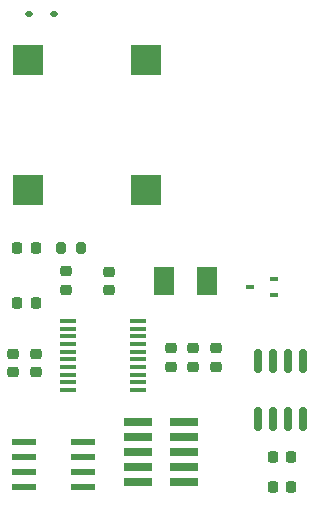
<source format=gbr>
G04 #@! TF.GenerationSoftware,KiCad,Pcbnew,7.0.5*
G04 #@! TF.CreationDate,2023-07-03T11:33:58+02:00*
G04 #@! TF.ProjectId,STM32CAN,53544d33-3243-4414-9e2e-6b696361645f,rev?*
G04 #@! TF.SameCoordinates,Original*
G04 #@! TF.FileFunction,Paste,Top*
G04 #@! TF.FilePolarity,Positive*
%FSLAX46Y46*%
G04 Gerber Fmt 4.6, Leading zero omitted, Abs format (unit mm)*
G04 Created by KiCad (PCBNEW 7.0.5) date 2023-07-03 11:33:58*
%MOMM*%
%LPD*%
G01*
G04 APERTURE LIST*
G04 Aperture macros list*
%AMRoundRect*
0 Rectangle with rounded corners*
0 $1 Rounding radius*
0 $2 $3 $4 $5 $6 $7 $8 $9 X,Y pos of 4 corners*
0 Add a 4 corners polygon primitive as box body*
4,1,4,$2,$3,$4,$5,$6,$7,$8,$9,$2,$3,0*
0 Add four circle primitives for the rounded corners*
1,1,$1+$1,$2,$3*
1,1,$1+$1,$4,$5*
1,1,$1+$1,$6,$7*
1,1,$1+$1,$8,$9*
0 Add four rect primitives between the rounded corners*
20,1,$1+$1,$2,$3,$4,$5,0*
20,1,$1+$1,$4,$5,$6,$7,0*
20,1,$1+$1,$6,$7,$8,$9,0*
20,1,$1+$1,$8,$9,$2,$3,0*%
G04 Aperture macros list end*
%ADD10RoundRect,0.218750X0.256250X-0.218750X0.256250X0.218750X-0.256250X0.218750X-0.256250X-0.218750X0*%
%ADD11RoundRect,0.218750X-0.256250X0.218750X-0.256250X-0.218750X0.256250X-0.218750X0.256250X0.218750X0*%
%ADD12RoundRect,0.218750X0.218750X0.256250X-0.218750X0.256250X-0.218750X-0.256250X0.218750X-0.256250X0*%
%ADD13R,0.700000X0.450000*%
%ADD14RoundRect,0.218750X-0.218750X-0.256250X0.218750X-0.256250X0.218750X0.256250X-0.218750X0.256250X0*%
%ADD15R,1.450000X0.450000*%
%ADD16RoundRect,0.150000X0.150000X-0.825000X0.150000X0.825000X-0.150000X0.825000X-0.150000X-0.825000X0*%
%ADD17R,1.700000X2.400000*%
%ADD18RoundRect,0.112500X-0.187500X-0.112500X0.187500X-0.112500X0.187500X0.112500X-0.187500X0.112500X0*%
%ADD19RoundRect,0.200000X0.200000X0.275000X-0.200000X0.275000X-0.200000X-0.275000X0.200000X-0.275000X0*%
%ADD20RoundRect,0.041300X-0.943700X-0.253700X0.943700X-0.253700X0.943700X0.253700X-0.943700X0.253700X0*%
%ADD21R,2.500000X2.500000*%
%ADD22R,2.400000X0.740000*%
G04 APERTURE END LIST*
D10*
X16891000Y-84947500D03*
X16891000Y-83372500D03*
X18796000Y-84947500D03*
X18796000Y-83372500D03*
X30226000Y-84465000D03*
X30226000Y-82890000D03*
X32131000Y-84465000D03*
X32131000Y-82890000D03*
X34036000Y-84465000D03*
X34036000Y-82890000D03*
D11*
X25019000Y-76413000D03*
X25019000Y-77988000D03*
X21336000Y-76387500D03*
X21336000Y-77962500D03*
D12*
X40437000Y-92140000D03*
X38862000Y-92140000D03*
X40437000Y-94680000D03*
X38862000Y-94680000D03*
D13*
X38989000Y-78359000D03*
X38989000Y-77059000D03*
X36989000Y-77709000D03*
D14*
X17221000Y-79080000D03*
X18796000Y-79080000D03*
D15*
X21561000Y-80600000D03*
X21561000Y-81250000D03*
X21561000Y-81900000D03*
X21561000Y-82550000D03*
X21561000Y-83200000D03*
X21561000Y-83850000D03*
X21561000Y-84500000D03*
X21561000Y-85150000D03*
X21561000Y-85800000D03*
X21561000Y-86450000D03*
X27461000Y-86450000D03*
X27461000Y-85800000D03*
X27461000Y-85150000D03*
X27461000Y-84500000D03*
X27461000Y-83850000D03*
X27461000Y-83200000D03*
X27461000Y-82550000D03*
X27461000Y-81900000D03*
X27461000Y-81250000D03*
X27461000Y-80600000D03*
D16*
X37592000Y-88900000D03*
X38862000Y-88900000D03*
X40132000Y-88900000D03*
X41402000Y-88900000D03*
X41402000Y-83950000D03*
X40132000Y-83950000D03*
X38862000Y-83950000D03*
X37592000Y-83950000D03*
D17*
X33346000Y-77175000D03*
X29646000Y-77175000D03*
D18*
X18254000Y-54610000D03*
X20354000Y-54610000D03*
D19*
X22606000Y-74422000D03*
X20956000Y-74422000D03*
D14*
X17246500Y-74422000D03*
X18821500Y-74422000D03*
D20*
X17845000Y-90805000D03*
X17845000Y-92075000D03*
X17845000Y-93345000D03*
X17845000Y-94615000D03*
X22795000Y-94615000D03*
X22795000Y-93345000D03*
X22795000Y-92075000D03*
X22795000Y-90805000D03*
D21*
X18114000Y-58508000D03*
X28114000Y-58508000D03*
X28114000Y-69508000D03*
X18114000Y-69508000D03*
D22*
X27432000Y-89154000D03*
X31332000Y-89154000D03*
X27432000Y-90424000D03*
X31332000Y-90424000D03*
X27432000Y-91694000D03*
X31332000Y-91694000D03*
X27432000Y-92964000D03*
X31332000Y-92964000D03*
X27432000Y-94234000D03*
X31332000Y-94234000D03*
M02*

</source>
